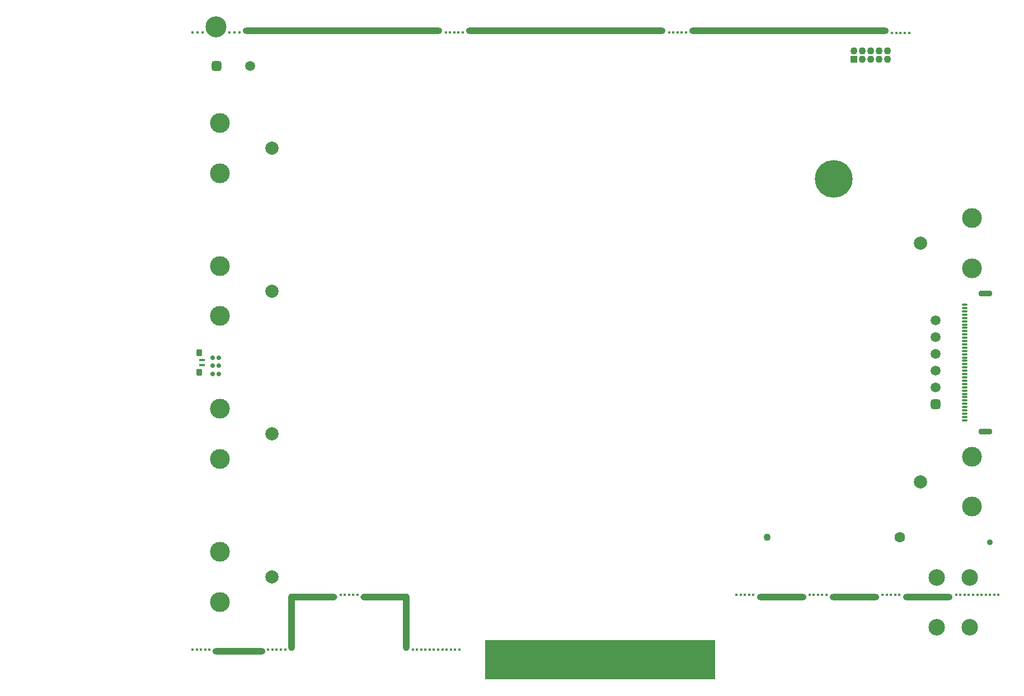
<source format=gbr>
%TF.GenerationSoftware,KiCad,Pcbnew,8.99.0-3402-gadd58faa30*%
%TF.CreationDate,2024-12-15T16:18:47-05:00*%
%TF.ProjectId,Thunderscope_Rev5_Mech_Model,5468756e-6465-4727-9363-6f70655f5265,rev?*%
%TF.SameCoordinates,Original*%
%TF.FileFunction,Soldermask,Top*%
%TF.FilePolarity,Negative*%
%FSLAX46Y46*%
G04 Gerber Fmt 4.6, Leading zero omitted, Abs format (unit mm)*
G04 Created by KiCad (PCBNEW 8.99.0-3402-gadd58faa30) date 2024-12-15 16:18:47*
%MOMM*%
%LPD*%
G01*
G04 APERTURE LIST*
G04 Aperture macros list*
%AMRoundRect*
0 Rectangle with rounded corners*
0 $1 Rounding radius*
0 $2 $3 $4 $5 $6 $7 $8 $9 X,Y pos of 4 corners*
0 Add a 4 corners polygon primitive as box body*
4,1,4,$2,$3,$4,$5,$6,$7,$8,$9,$2,$3,0*
0 Add four circle primitives for the rounded corners*
1,1,$1+$1,$2,$3*
1,1,$1+$1,$4,$5*
1,1,$1+$1,$6,$7*
1,1,$1+$1,$8,$9*
0 Add four rect primitives between the rounded corners*
20,1,$1+$1,$2,$3,$4,$5,0*
20,1,$1+$1,$4,$5,$6,$7,0*
20,1,$1+$1,$6,$7,$8,$9,0*
20,1,$1+$1,$8,$9,$2,$3,0*%
G04 Aperture macros list end*
%ADD10C,0.000000*%
%ADD11RoundRect,0.075000X0.350000X-0.075000X0.350000X0.075000X-0.350000X0.075000X-0.350000X-0.075000X0*%
%ADD12RoundRect,0.200000X0.800000X-0.200000X0.800000X0.200000X-0.800000X0.200000X-0.800000X-0.200000X0*%
%ADD13RoundRect,0.150000X-0.150000X0.150000X-0.150000X-0.150000X0.150000X-0.150000X0.150000X0.150000X0*%
%ADD14C,1.092200*%
%ADD15C,1.600200*%
%ADD16O,30.200000X1.000000*%
%ADD17C,0.380000*%
%ADD18C,1.090000*%
%ADD19R,1.090000X1.090000*%
%ADD20C,2.000000*%
%ADD21C,3.000000*%
%ADD22R,0.700000X4.200000*%
%ADD23R,0.700000X3.200000*%
%ADD24O,7.500000X1.000000*%
%ADD25C,2.500000*%
%ADD26O,8.000000X1.000000*%
%ADD27O,1.000000X8.750000*%
%ADD28C,5.703200*%
%ADD29O,7.400000X1.000000*%
%ADD30RoundRect,0.375000X-0.375000X-0.375000X0.375000X-0.375000X0.375000X0.375000X-0.375000X0.375000X0*%
%ADD31C,1.500000*%
%ADD32RoundRect,0.135000X0.315000X-0.365000X0.315000X0.365000X-0.315000X0.365000X-0.315000X-0.365000X0*%
%ADD33RoundRect,0.060000X0.340000X-0.140000X0.340000X0.140000X-0.340000X0.140000X-0.340000X-0.140000X0*%
%ADD34C,3.180000*%
%ADD35C,0.900000*%
%ADD36RoundRect,0.375000X0.375000X-0.375000X0.375000X0.375000X-0.375000X0.375000X-0.375000X-0.375000X0*%
G04 APERTURE END LIST*
D10*
G36*
X62053025Y-85367370D02*
G01*
X62051695Y-85368030D01*
X62051365Y-85365040D01*
X62052365Y-85364040D01*
X62053025Y-85367370D01*
G37*
G36*
X62056685Y-85373020D02*
G01*
X62056355Y-85378020D01*
X62055025Y-85377350D01*
X62054025Y-85376350D01*
X62054025Y-85375020D01*
X62054685Y-85371690D01*
X62056685Y-85373020D01*
G37*
%TO.C,P1*%
G36*
X131751095Y-155053600D02*
G01*
X166551095Y-155053600D01*
X166551095Y-149078600D01*
X131751095Y-149078600D01*
X131751095Y-155053600D01*
G37*
%TD*%
D11*
%TO.C,J6*%
X204301095Y-115803600D03*
X204301095Y-115303600D03*
X204301095Y-114803600D03*
X204301095Y-114303600D03*
X204301095Y-113803600D03*
X204301095Y-113303600D03*
X204301095Y-112803600D03*
X204301095Y-112303600D03*
X204301095Y-111803600D03*
X204301095Y-111303600D03*
X204301095Y-110803600D03*
X204301095Y-110303600D03*
X204301095Y-109803600D03*
X204301095Y-109303600D03*
X204301095Y-108803600D03*
X204301095Y-108303600D03*
X204301095Y-107803600D03*
X204301095Y-107303600D03*
X204301095Y-106803600D03*
X204301095Y-106303600D03*
X204301095Y-105803600D03*
X204301095Y-105303600D03*
X204301095Y-104803600D03*
X204301095Y-104303600D03*
X204301095Y-103803600D03*
X204301095Y-103303600D03*
X204301095Y-102803600D03*
X204301095Y-102303600D03*
X204301095Y-101803600D03*
X204301095Y-101303600D03*
X204301095Y-100803600D03*
X204301095Y-100303600D03*
X204301095Y-99803600D03*
X204301095Y-99303600D03*
X204301095Y-98803600D03*
X204301095Y-98303600D03*
D12*
X207476095Y-117503600D03*
X207476095Y-96603600D03*
%TD*%
D13*
%TO.C,R3*%
X90551085Y-108803600D03*
X91451085Y-108803600D03*
%TD*%
%TO.C,R2*%
X91451085Y-106303600D03*
X90551085Y-106303600D03*
%TD*%
%TO.C,R1*%
X91451085Y-107553600D03*
X90551085Y-107553600D03*
%TD*%
D14*
%TO.C,J8*%
X174476095Y-133528600D03*
D15*
X194476095Y-133528600D03*
%TD*%
D16*
%TO.C,*%
X110201095Y-56803600D03*
%TD*%
D17*
%TO.C,*%
X126441095Y-57103600D03*
%TD*%
%TO.C,*%
X127721105Y-57103600D03*
%TD*%
%TO.C,*%
X125801095Y-57103600D03*
%TD*%
%TO.C,*%
X127081095Y-57103600D03*
%TD*%
%TO.C,*%
X128361105Y-57103600D03*
%TD*%
D18*
%TO.C,J3*%
X192641095Y-59818600D03*
X192641095Y-61088600D03*
X191371095Y-59818600D03*
X191371095Y-61088600D03*
X190101095Y-59818600D03*
X190101095Y-61088600D03*
X188831095Y-59818600D03*
X188831095Y-61088600D03*
X187561095Y-59818600D03*
D19*
X187561095Y-61088600D03*
%TD*%
D16*
%TO.C,*%
X177751095Y-56803600D03*
%TD*%
D17*
%TO.C,*%
X193991095Y-57128589D03*
%TD*%
%TO.C,*%
X194631105Y-57128589D03*
%TD*%
%TO.C,*%
X195911105Y-57128589D03*
%TD*%
%TO.C,*%
X195271105Y-57128589D03*
%TD*%
%TO.C,*%
X193351095Y-57128589D03*
%TD*%
%TO.C,*%
X110536095Y-142253600D03*
%TD*%
%TO.C,*%
X125291095Y-150503600D03*
%TD*%
D20*
%TO.C,J2*%
X197601095Y-125103600D03*
D21*
X205401095Y-121303600D03*
X205401095Y-128903600D03*
%TD*%
D17*
%TO.C,*%
X94586105Y-57103590D03*
%TD*%
%TO.C,*%
X159591085Y-57103600D03*
%TD*%
D20*
%TO.C,J1002A1*%
X99476095Y-139528610D03*
D21*
X91676095Y-143328610D03*
X91676095Y-135728610D03*
%TD*%
D22*
%TO.C,P1*%
X132651095Y-151303600D03*
X133651095Y-151303600D03*
X134651095Y-151303600D03*
X135651095Y-151303600D03*
X136651095Y-151303600D03*
X137651095Y-151303600D03*
X138651095Y-151303600D03*
X139651095Y-151303600D03*
X140651095Y-151303600D03*
X141651095Y-151303600D03*
X142651095Y-151303600D03*
X145651095Y-151303600D03*
X146651095Y-151303600D03*
X147651095Y-151303600D03*
X148651095Y-151303600D03*
X149651095Y-151303600D03*
D23*
X150651095Y-150803600D03*
D22*
X151651095Y-151303600D03*
X152651095Y-151303600D03*
X153651095Y-151303600D03*
X154651095Y-151303600D03*
X155651095Y-151303600D03*
X156651095Y-151303600D03*
X157651095Y-151303600D03*
X158651095Y-151303600D03*
X159651095Y-151303600D03*
X160651095Y-151303600D03*
X161651095Y-151303600D03*
X162651095Y-151303600D03*
X163651105Y-151303600D03*
D23*
X164651105Y-150803600D03*
D22*
X165651095Y-151303600D03*
%TD*%
D17*
%TO.C,*%
X171076095Y-142253600D03*
%TD*%
D24*
%TO.C,*%
X198701095Y-142553600D03*
%TD*%
D25*
%TO.C,J11*%
X200101095Y-147153600D03*
X205101095Y-147153600D03*
X200101095Y-139653600D03*
X205101095Y-139653600D03*
%TD*%
D26*
%TO.C,*%
X94501095Y-150803600D03*
%TD*%
D17*
%TO.C,*%
X111176095Y-142253600D03*
%TD*%
%TO.C,*%
X169796095Y-142253600D03*
%TD*%
D27*
%TO.C,*%
X102501095Y-146428600D03*
%TD*%
D17*
%TO.C,*%
X93841095Y-57103590D03*
%TD*%
%TO.C,*%
X93101095Y-57103590D03*
%TD*%
%TO.C,*%
X208161105Y-142253600D03*
%TD*%
%TO.C,*%
X182766095Y-142253600D03*
%TD*%
%TO.C,*%
X122731085Y-150503600D03*
%TD*%
%TO.C,*%
X203041095Y-142253600D03*
%TD*%
%TO.C,*%
X88141095Y-150503600D03*
%TD*%
%TO.C,*%
X208801105Y-142253600D03*
%TD*%
%TO.C,*%
X123371085Y-150503600D03*
%TD*%
%TO.C,*%
X112456095Y-142253600D03*
%TD*%
%TO.C,*%
X194456095Y-142253600D03*
%TD*%
%TO.C,*%
X124651095Y-150503600D03*
%TD*%
%TO.C,*%
X205601095Y-142253600D03*
%TD*%
%TO.C,*%
X193816095Y-142253600D03*
%TD*%
%TO.C,*%
X182126095Y-142253600D03*
%TD*%
%TO.C,*%
X203681095Y-142253600D03*
%TD*%
%TO.C,*%
X124011095Y-150503600D03*
%TD*%
%TO.C,*%
X98941095Y-150503600D03*
%TD*%
%TO.C,*%
X193176095Y-142253600D03*
%TD*%
%TO.C,*%
X100861095Y-150503600D03*
%TD*%
%TO.C,*%
X203041095Y-142253600D03*
%TD*%
%TO.C,*%
X87501095Y-57103590D03*
%TD*%
%TO.C,*%
X192536095Y-142253600D03*
%TD*%
D28*
%TO.C,H1*%
X184476095Y-79278600D03*
%TD*%
D17*
%TO.C,*%
X122091085Y-150503600D03*
%TD*%
%TO.C,*%
X121451085Y-150503600D03*
%TD*%
%TO.C,*%
X206241095Y-142253600D03*
%TD*%
%TO.C,*%
X191896095Y-142253600D03*
%TD*%
%TO.C,*%
X172356095Y-142253600D03*
%TD*%
D29*
%TO.C,*%
X105701095Y-142553600D03*
%TD*%
D17*
%TO.C,*%
X89001095Y-57103590D03*
%TD*%
%TO.C,*%
X127211095Y-150503600D03*
%TD*%
%TO.C,*%
X204321095Y-142253600D03*
%TD*%
%TO.C,*%
X161511095Y-57103600D03*
%TD*%
D30*
%TO.C,J4*%
X91111095Y-62153600D03*
D31*
X96191095Y-62153600D03*
%TD*%
D17*
%TO.C,*%
X99581095Y-150503600D03*
%TD*%
D27*
%TO.C,*%
X119851095Y-146428600D03*
%TD*%
D17*
%TO.C,*%
X207521105Y-142253600D03*
%TD*%
D20*
%TO.C,J1*%
X197601095Y-89003600D03*
D21*
X205401095Y-85203600D03*
X205401095Y-92803600D03*
%TD*%
D17*
%TO.C,*%
X126571095Y-150503600D03*
%TD*%
D24*
%TO.C,*%
X176601095Y-142553600D03*
%TD*%
D16*
%TO.C,*%
X144001090Y-56803600D03*
%TD*%
D17*
%TO.C,*%
X111816095Y-142253600D03*
%TD*%
%TO.C,*%
X204961095Y-142253600D03*
%TD*%
%TO.C,*%
X88261095Y-57103590D03*
%TD*%
D29*
%TO.C,*%
X116651095Y-142553600D03*
%TD*%
D17*
%TO.C,*%
X206881105Y-142253600D03*
%TD*%
%TO.C,*%
X125931095Y-150503600D03*
%TD*%
%TO.C,*%
X181486095Y-142253600D03*
%TD*%
%TO.C,*%
X204321095Y-142253600D03*
%TD*%
%TO.C,*%
X101501095Y-150503600D03*
%TD*%
D20*
%TO.C,J1002D1*%
X99476095Y-74578610D03*
D21*
X91676095Y-78378610D03*
X91676095Y-70778610D03*
%TD*%
D17*
%TO.C,*%
X109896095Y-142253600D03*
%TD*%
%TO.C,*%
X100221095Y-150503600D03*
%TD*%
%TO.C,*%
X120811085Y-150503600D03*
%TD*%
%TO.C,*%
X208161105Y-142253600D03*
%TD*%
%TO.C,*%
X89421095Y-150503600D03*
%TD*%
%TO.C,*%
X90061105Y-150503600D03*
%TD*%
D32*
%TO.C,D1*%
X88500000Y-108553600D03*
X88500000Y-105553600D03*
D33*
X88950000Y-106653600D03*
X88950000Y-107453600D03*
%TD*%
D20*
%TO.C,J1002B1*%
X99476095Y-117878610D03*
D21*
X91676095Y-121678610D03*
X91676095Y-114078610D03*
%TD*%
D17*
%TO.C,*%
X171716095Y-142253600D03*
%TD*%
%TO.C,*%
X207521105Y-142253600D03*
%TD*%
%TO.C,*%
X162151095Y-57103600D03*
%TD*%
D24*
%TO.C,*%
X187651095Y-142553600D03*
%TD*%
D17*
%TO.C,*%
X88781095Y-150503600D03*
%TD*%
%TO.C,*%
X160871095Y-57103600D03*
%TD*%
%TO.C,*%
X160231085Y-57103600D03*
%TD*%
%TO.C,*%
X206881105Y-142253600D03*
%TD*%
%TO.C,*%
X183406095Y-142253600D03*
%TD*%
%TO.C,*%
X203681095Y-142253600D03*
%TD*%
%TO.C,*%
X209441105Y-142253600D03*
%TD*%
D20*
%TO.C,J1002C1*%
X99476095Y-96228610D03*
D21*
X91676095Y-100028610D03*
X91676095Y-92428610D03*
%TD*%
D17*
%TO.C,*%
X180846095Y-142253600D03*
%TD*%
%TO.C,*%
X87501095Y-150503600D03*
%TD*%
%TO.C,*%
X204961095Y-142253600D03*
%TD*%
%TO.C,*%
X127851095Y-150503600D03*
%TD*%
%TO.C,*%
X205601095Y-142253600D03*
%TD*%
D24*
%TO.C,*%
X198701095Y-142553600D03*
%TD*%
D17*
%TO.C,*%
X206241095Y-142253600D03*
%TD*%
%TO.C,*%
X170436095Y-142253600D03*
%TD*%
D34*
%TO.C,*%
X91051095Y-56253590D03*
%TD*%
D35*
%TO.C,J10*%
X208104095Y-134303600D03*
%TD*%
D36*
%TO.C,J5*%
X199901095Y-113403600D03*
D31*
X199901095Y-110863600D03*
X199901095Y-108323600D03*
X199901095Y-105783600D03*
X199901095Y-103243600D03*
X199901095Y-100703600D03*
%TD*%
M02*

</source>
